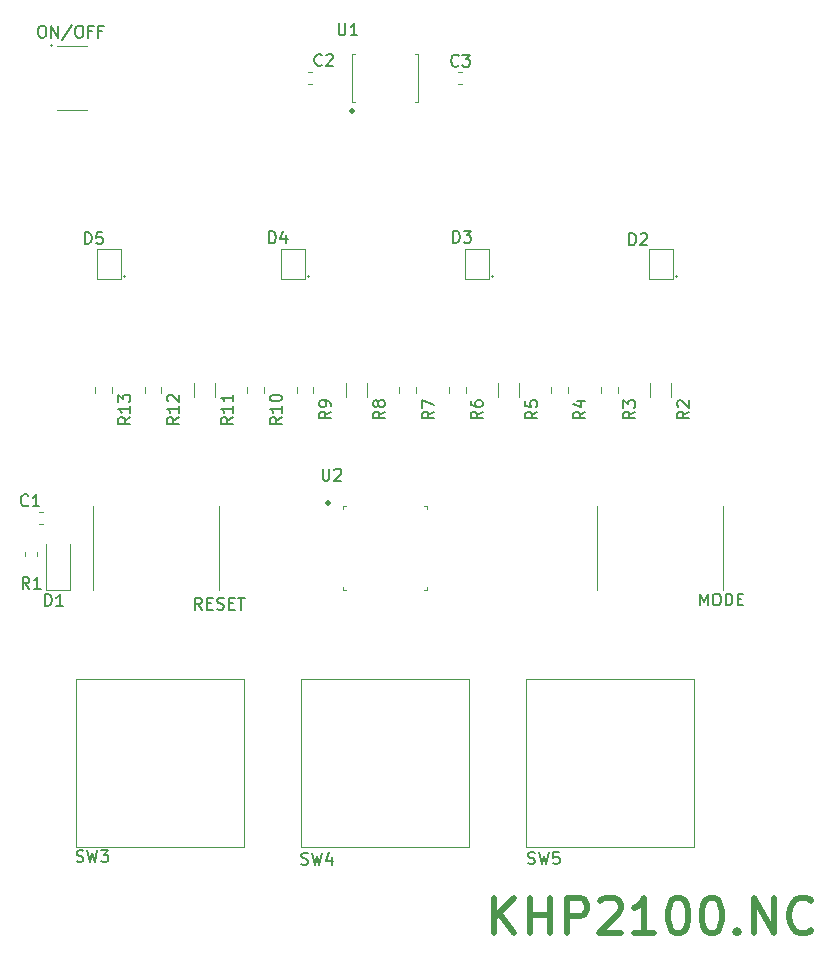
<source format=gbr>
G04 #@! TF.GenerationSoftware,KiCad,Pcbnew,(5.1.5)-3*
G04 #@! TF.CreationDate,2021-01-15T00:08:51-08:00*
G04 #@! TF.ProjectId,KHP2100,4b485032-3130-4302-9e6b-696361645f70,NC*
G04 #@! TF.SameCoordinates,Original*
G04 #@! TF.FileFunction,Legend,Top*
G04 #@! TF.FilePolarity,Positive*
%FSLAX46Y46*%
G04 Gerber Fmt 4.6, Leading zero omitted, Abs format (unit mm)*
G04 Created by KiCad (PCBNEW (5.1.5)-3) date 2021-01-15 00:08:51*
%MOMM*%
%LPD*%
G04 APERTURE LIST*
%ADD10C,0.500000*%
%ADD11C,0.120000*%
%ADD12C,0.250000*%
%ADD13C,0.150000*%
G04 APERTURE END LIST*
D10*
X157356257Y-132624342D02*
X157356257Y-129624342D01*
X159070542Y-132624342D02*
X157784828Y-130910057D01*
X159070542Y-129624342D02*
X157356257Y-131338628D01*
X160356257Y-132624342D02*
X160356257Y-129624342D01*
X160356257Y-131052914D02*
X162070542Y-131052914D01*
X162070542Y-132624342D02*
X162070542Y-129624342D01*
X163499114Y-132624342D02*
X163499114Y-129624342D01*
X164641971Y-129624342D01*
X164927685Y-129767200D01*
X165070542Y-129910057D01*
X165213400Y-130195771D01*
X165213400Y-130624342D01*
X165070542Y-130910057D01*
X164927685Y-131052914D01*
X164641971Y-131195771D01*
X163499114Y-131195771D01*
X166356257Y-129910057D02*
X166499114Y-129767200D01*
X166784828Y-129624342D01*
X167499114Y-129624342D01*
X167784828Y-129767200D01*
X167927685Y-129910057D01*
X168070542Y-130195771D01*
X168070542Y-130481485D01*
X167927685Y-130910057D01*
X166213400Y-132624342D01*
X168070542Y-132624342D01*
X170927685Y-132624342D02*
X169213400Y-132624342D01*
X170070542Y-132624342D02*
X170070542Y-129624342D01*
X169784828Y-130052914D01*
X169499114Y-130338628D01*
X169213400Y-130481485D01*
X172784828Y-129624342D02*
X173070542Y-129624342D01*
X173356257Y-129767200D01*
X173499114Y-129910057D01*
X173641971Y-130195771D01*
X173784828Y-130767200D01*
X173784828Y-131481485D01*
X173641971Y-132052914D01*
X173499114Y-132338628D01*
X173356257Y-132481485D01*
X173070542Y-132624342D01*
X172784828Y-132624342D01*
X172499114Y-132481485D01*
X172356257Y-132338628D01*
X172213400Y-132052914D01*
X172070542Y-131481485D01*
X172070542Y-130767200D01*
X172213400Y-130195771D01*
X172356257Y-129910057D01*
X172499114Y-129767200D01*
X172784828Y-129624342D01*
X175641971Y-129624342D02*
X175927685Y-129624342D01*
X176213400Y-129767200D01*
X176356257Y-129910057D01*
X176499114Y-130195771D01*
X176641971Y-130767200D01*
X176641971Y-131481485D01*
X176499114Y-132052914D01*
X176356257Y-132338628D01*
X176213400Y-132481485D01*
X175927685Y-132624342D01*
X175641971Y-132624342D01*
X175356257Y-132481485D01*
X175213400Y-132338628D01*
X175070542Y-132052914D01*
X174927685Y-131481485D01*
X174927685Y-130767200D01*
X175070542Y-130195771D01*
X175213400Y-129910057D01*
X175356257Y-129767200D01*
X175641971Y-129624342D01*
X177927685Y-132338628D02*
X178070542Y-132481485D01*
X177927685Y-132624342D01*
X177784828Y-132481485D01*
X177927685Y-132338628D01*
X177927685Y-132624342D01*
X179356257Y-132624342D02*
X179356257Y-129624342D01*
X181070542Y-132624342D01*
X181070542Y-129624342D01*
X184213400Y-132338628D02*
X184070542Y-132481485D01*
X183641971Y-132624342D01*
X183356257Y-132624342D01*
X182927685Y-132481485D01*
X182641971Y-132195771D01*
X182499114Y-131910057D01*
X182356257Y-131338628D01*
X182356257Y-130910057D01*
X182499114Y-130338628D01*
X182641971Y-130052914D01*
X182927685Y-129767200D01*
X183356257Y-129624342D01*
X183641971Y-129624342D01*
X184070542Y-129767200D01*
X184213400Y-129910057D01*
D11*
X118827733Y-97986200D02*
X119170267Y-97986200D01*
X118827733Y-96966200D02*
X119170267Y-96966200D01*
X141631783Y-60733200D02*
X141974317Y-60733200D01*
X141631783Y-59713200D02*
X141974317Y-59713200D01*
X139296766Y-77241400D02*
X141328766Y-77241400D01*
X139296766Y-74701400D02*
X139296766Y-77241400D01*
X141328766Y-74701400D02*
X139296766Y-74701400D01*
X141328766Y-77241400D02*
X141328766Y-74701400D01*
D12*
X141582766Y-76987400D02*
G75*
G03X141582766Y-76987400I0J0D01*
G01*
D11*
X154331783Y-60733200D02*
X154674317Y-60733200D01*
X154331783Y-59713200D02*
X154674317Y-59713200D01*
X119421400Y-103568400D02*
X119421400Y-99668400D01*
X121421400Y-103568400D02*
X121421400Y-99668400D01*
X119421400Y-103568400D02*
X121421400Y-103568400D01*
X170499900Y-77241400D02*
X172531900Y-77241400D01*
X170499900Y-74701400D02*
X170499900Y-77241400D01*
X172531900Y-74701400D02*
X170499900Y-74701400D01*
X172531900Y-77241400D02*
X172531900Y-74701400D01*
D12*
X172785900Y-76987400D02*
G75*
G03X172785900Y-76987400I0J0D01*
G01*
D11*
X154898332Y-77241400D02*
X156930332Y-77241400D01*
X154898332Y-74701400D02*
X154898332Y-77241400D01*
X156930332Y-74701400D02*
X154898332Y-74701400D01*
X156930332Y-77241400D02*
X156930332Y-74701400D01*
D12*
X157184332Y-76987400D02*
G75*
G03X157184332Y-76987400I0J0D01*
G01*
D11*
X123695200Y-77241400D02*
X125727200Y-77241400D01*
X123695200Y-74701400D02*
X123695200Y-77241400D01*
X125727200Y-74701400D02*
X123695200Y-74701400D01*
X125727200Y-77241400D02*
X125727200Y-74701400D01*
D12*
X125981200Y-76987400D02*
G75*
G03X125981200Y-76987400I0J0D01*
G01*
D11*
X117614000Y-100372133D02*
X117614000Y-100714667D01*
X118634000Y-100372133D02*
X118634000Y-100714667D01*
X170536900Y-86011936D02*
X170536900Y-87216064D01*
X172356900Y-86011936D02*
X172356900Y-87216064D01*
X166388200Y-86352748D02*
X166388200Y-86875252D01*
X167808200Y-86352748D02*
X167808200Y-86875252D01*
X162209500Y-86352748D02*
X162209500Y-86875252D01*
X163629500Y-86352748D02*
X163629500Y-86875252D01*
X157660800Y-86011936D02*
X157660800Y-87216064D01*
X159480800Y-86011936D02*
X159480800Y-87216064D01*
X153512100Y-86352748D02*
X153512100Y-86875252D01*
X154932100Y-86352748D02*
X154932100Y-86875252D01*
X149333400Y-86352748D02*
X149333400Y-86875252D01*
X150753400Y-86352748D02*
X150753400Y-86875252D01*
X144784700Y-86011936D02*
X144784700Y-87216064D01*
X146604700Y-86011936D02*
X146604700Y-87216064D01*
X140636000Y-86352748D02*
X140636000Y-86875252D01*
X142056000Y-86352748D02*
X142056000Y-86875252D01*
X136457300Y-86352748D02*
X136457300Y-86875252D01*
X137877300Y-86352748D02*
X137877300Y-86875252D01*
X131908600Y-86011936D02*
X131908600Y-87216064D01*
X133728600Y-86011936D02*
X133728600Y-87216064D01*
X127759900Y-86352748D02*
X127759900Y-86875252D01*
X129179900Y-86352748D02*
X129179900Y-86875252D01*
X123581200Y-86352748D02*
X123581200Y-86875252D01*
X125001200Y-86352748D02*
X125001200Y-86875252D01*
D12*
X119832050Y-57429200D02*
G75*
G03X119832050Y-57429200I0J0D01*
G01*
D11*
X120360050Y-57523200D02*
X122860050Y-57523200D01*
X122860050Y-62923200D02*
X120360050Y-62923200D01*
X123376200Y-103557600D02*
X123376200Y-96445600D01*
X134044200Y-103557600D02*
X134044200Y-96445600D01*
X136215050Y-111061100D02*
X121991050Y-111061100D01*
X136215050Y-125285100D02*
X136215050Y-111061100D01*
X121991050Y-125285100D02*
X136215050Y-125285100D01*
X121991050Y-111061100D02*
X121991050Y-125285100D01*
X155265050Y-111061100D02*
X141041050Y-111061100D01*
X155265050Y-125285100D02*
X155265050Y-111061100D01*
X141041050Y-125285100D02*
X155265050Y-125285100D01*
X141041050Y-111061100D02*
X141041050Y-125285100D01*
X174309900Y-111061100D02*
X160085900Y-111061100D01*
X174309900Y-125285100D02*
X174309900Y-111061100D01*
X160085900Y-125285100D02*
X174309900Y-125285100D01*
X160085900Y-111061100D02*
X160085900Y-125285100D01*
X166054900Y-103557600D02*
X166054900Y-96445600D01*
X176722900Y-103557600D02*
X176722900Y-96445600D01*
X150947050Y-62255200D02*
X150693050Y-62255200D01*
X150947050Y-58191200D02*
X150947050Y-62255200D01*
X150693050Y-58191200D02*
X150947050Y-58191200D01*
X145359050Y-58191200D02*
X145613050Y-58191200D01*
X145359050Y-62255200D02*
X145613050Y-62255200D01*
X145359050Y-58191200D02*
X145359050Y-62255200D01*
D10*
X145359050Y-63017200D02*
G75*
G03X145359050Y-63017200I0J0D01*
G01*
X143327050Y-96191600D02*
G75*
G03X143327050Y-96191600I0J0D01*
G01*
D11*
X144597050Y-103557600D02*
X144851050Y-103557600D01*
X144597050Y-103303600D02*
X144597050Y-103557600D01*
X151709050Y-103557600D02*
X151709050Y-103303600D01*
X151455050Y-103557600D02*
X151709050Y-103557600D01*
X151709050Y-96445600D02*
X151709050Y-96699600D01*
X151455050Y-96445600D02*
X151709050Y-96445600D01*
X144597050Y-96445600D02*
X144851050Y-96445600D01*
X144597050Y-96699600D02*
X144597050Y-96445600D01*
D13*
X117892533Y-96385542D02*
X117844914Y-96433161D01*
X117702057Y-96480780D01*
X117606819Y-96480780D01*
X117463961Y-96433161D01*
X117368723Y-96337923D01*
X117321104Y-96242685D01*
X117273485Y-96052209D01*
X117273485Y-95909352D01*
X117321104Y-95718876D01*
X117368723Y-95623638D01*
X117463961Y-95528400D01*
X117606819Y-95480780D01*
X117702057Y-95480780D01*
X117844914Y-95528400D01*
X117892533Y-95576019D01*
X118844914Y-96480780D02*
X118273485Y-96480780D01*
X118559200Y-96480780D02*
X118559200Y-95480780D01*
X118463961Y-95623638D01*
X118368723Y-95718876D01*
X118273485Y-95766495D01*
X142759133Y-59107342D02*
X142711514Y-59154961D01*
X142568657Y-59202580D01*
X142473419Y-59202580D01*
X142330561Y-59154961D01*
X142235323Y-59059723D01*
X142187704Y-58964485D01*
X142140085Y-58774009D01*
X142140085Y-58631152D01*
X142187704Y-58440676D01*
X142235323Y-58345438D01*
X142330561Y-58250200D01*
X142473419Y-58202580D01*
X142568657Y-58202580D01*
X142711514Y-58250200D01*
X142759133Y-58297819D01*
X143140085Y-58297819D02*
X143187704Y-58250200D01*
X143282942Y-58202580D01*
X143521038Y-58202580D01*
X143616276Y-58250200D01*
X143663895Y-58297819D01*
X143711514Y-58393057D01*
X143711514Y-58488295D01*
X143663895Y-58631152D01*
X143092466Y-59202580D01*
X143711514Y-59202580D01*
X138301504Y-74213980D02*
X138301504Y-73213980D01*
X138539600Y-73213980D01*
X138682457Y-73261600D01*
X138777695Y-73356838D01*
X138825314Y-73452076D01*
X138872933Y-73642552D01*
X138872933Y-73785409D01*
X138825314Y-73975885D01*
X138777695Y-74071123D01*
X138682457Y-74166361D01*
X138539600Y-74213980D01*
X138301504Y-74213980D01*
X139730076Y-73547314D02*
X139730076Y-74213980D01*
X139491980Y-73166361D02*
X139253885Y-73880647D01*
X139872933Y-73880647D01*
X154336383Y-59150342D02*
X154288764Y-59197961D01*
X154145907Y-59245580D01*
X154050669Y-59245580D01*
X153907811Y-59197961D01*
X153812573Y-59102723D01*
X153764954Y-59007485D01*
X153717335Y-58817009D01*
X153717335Y-58674152D01*
X153764954Y-58483676D01*
X153812573Y-58388438D01*
X153907811Y-58293200D01*
X154050669Y-58245580D01*
X154145907Y-58245580D01*
X154288764Y-58293200D01*
X154336383Y-58340819D01*
X154669716Y-58245580D02*
X155288764Y-58245580D01*
X154955430Y-58626533D01*
X155098288Y-58626533D01*
X155193526Y-58674152D01*
X155241145Y-58721771D01*
X155288764Y-58817009D01*
X155288764Y-59055104D01*
X155241145Y-59150342D01*
X155193526Y-59197961D01*
X155098288Y-59245580D01*
X154812573Y-59245580D01*
X154717335Y-59197961D01*
X154669716Y-59150342D01*
X119327704Y-104921380D02*
X119327704Y-103921380D01*
X119565800Y-103921380D01*
X119708657Y-103969000D01*
X119803895Y-104064238D01*
X119851514Y-104159476D01*
X119899133Y-104349952D01*
X119899133Y-104492809D01*
X119851514Y-104683285D01*
X119803895Y-104778523D01*
X119708657Y-104873761D01*
X119565800Y-104921380D01*
X119327704Y-104921380D01*
X120851514Y-104921380D02*
X120280085Y-104921380D01*
X120565800Y-104921380D02*
X120565800Y-103921380D01*
X120470561Y-104064238D01*
X120375323Y-104159476D01*
X120280085Y-104207095D01*
X168806904Y-74366380D02*
X168806904Y-73366380D01*
X169045000Y-73366380D01*
X169187857Y-73414000D01*
X169283095Y-73509238D01*
X169330714Y-73604476D01*
X169378333Y-73794952D01*
X169378333Y-73937809D01*
X169330714Y-74128285D01*
X169283095Y-74223523D01*
X169187857Y-74318761D01*
X169045000Y-74366380D01*
X168806904Y-74366380D01*
X169759285Y-73461619D02*
X169806904Y-73414000D01*
X169902142Y-73366380D01*
X170140238Y-73366380D01*
X170235476Y-73414000D01*
X170283095Y-73461619D01*
X170330714Y-73556857D01*
X170330714Y-73652095D01*
X170283095Y-73794952D01*
X169711666Y-74366380D01*
X170330714Y-74366380D01*
X153871704Y-74163180D02*
X153871704Y-73163180D01*
X154109800Y-73163180D01*
X154252657Y-73210800D01*
X154347895Y-73306038D01*
X154395514Y-73401276D01*
X154443133Y-73591752D01*
X154443133Y-73734609D01*
X154395514Y-73925085D01*
X154347895Y-74020323D01*
X154252657Y-74115561D01*
X154109800Y-74163180D01*
X153871704Y-74163180D01*
X154776466Y-73163180D02*
X155395514Y-73163180D01*
X155062180Y-73544133D01*
X155205038Y-73544133D01*
X155300276Y-73591752D01*
X155347895Y-73639371D01*
X155395514Y-73734609D01*
X155395514Y-73972704D01*
X155347895Y-74067942D01*
X155300276Y-74115561D01*
X155205038Y-74163180D01*
X154919323Y-74163180D01*
X154824085Y-74115561D01*
X154776466Y-74067942D01*
X122705904Y-74264780D02*
X122705904Y-73264780D01*
X122944000Y-73264780D01*
X123086857Y-73312400D01*
X123182095Y-73407638D01*
X123229714Y-73502876D01*
X123277333Y-73693352D01*
X123277333Y-73836209D01*
X123229714Y-74026685D01*
X123182095Y-74121923D01*
X123086857Y-74217161D01*
X122944000Y-74264780D01*
X122705904Y-74264780D01*
X124182095Y-73264780D02*
X123705904Y-73264780D01*
X123658285Y-73740971D01*
X123705904Y-73693352D01*
X123801142Y-73645733D01*
X124039238Y-73645733D01*
X124134476Y-73693352D01*
X124182095Y-73740971D01*
X124229714Y-73836209D01*
X124229714Y-74074304D01*
X124182095Y-74169542D01*
X124134476Y-74217161D01*
X124039238Y-74264780D01*
X123801142Y-74264780D01*
X123705904Y-74217161D01*
X123658285Y-74169542D01*
X118008133Y-103474780D02*
X117674800Y-102998590D01*
X117436704Y-103474780D02*
X117436704Y-102474780D01*
X117817657Y-102474780D01*
X117912895Y-102522400D01*
X117960514Y-102570019D01*
X118008133Y-102665257D01*
X118008133Y-102808114D01*
X117960514Y-102903352D01*
X117912895Y-102950971D01*
X117817657Y-102998590D01*
X117436704Y-102998590D01*
X118960514Y-103474780D02*
X118389085Y-103474780D01*
X118674800Y-103474780D02*
X118674800Y-102474780D01*
X118579561Y-102617638D01*
X118484323Y-102712876D01*
X118389085Y-102760495D01*
X173832780Y-88457066D02*
X173356590Y-88790400D01*
X173832780Y-89028495D02*
X172832780Y-89028495D01*
X172832780Y-88647542D01*
X172880400Y-88552304D01*
X172928019Y-88504685D01*
X173023257Y-88457066D01*
X173166114Y-88457066D01*
X173261352Y-88504685D01*
X173308971Y-88552304D01*
X173356590Y-88647542D01*
X173356590Y-89028495D01*
X172928019Y-88076114D02*
X172880400Y-88028495D01*
X172832780Y-87933257D01*
X172832780Y-87695161D01*
X172880400Y-87599923D01*
X172928019Y-87552304D01*
X173023257Y-87504685D01*
X173118495Y-87504685D01*
X173261352Y-87552304D01*
X173832780Y-88123733D01*
X173832780Y-87504685D01*
X169286180Y-88457066D02*
X168809990Y-88790400D01*
X169286180Y-89028495D02*
X168286180Y-89028495D01*
X168286180Y-88647542D01*
X168333800Y-88552304D01*
X168381419Y-88504685D01*
X168476657Y-88457066D01*
X168619514Y-88457066D01*
X168714752Y-88504685D01*
X168762371Y-88552304D01*
X168809990Y-88647542D01*
X168809990Y-89028495D01*
X168286180Y-88123733D02*
X168286180Y-87504685D01*
X168667133Y-87838019D01*
X168667133Y-87695161D01*
X168714752Y-87599923D01*
X168762371Y-87552304D01*
X168857609Y-87504685D01*
X169095704Y-87504685D01*
X169190942Y-87552304D01*
X169238561Y-87599923D01*
X169286180Y-87695161D01*
X169286180Y-87980876D01*
X169238561Y-88076114D01*
X169190942Y-88123733D01*
X165069780Y-88457066D02*
X164593590Y-88790400D01*
X165069780Y-89028495D02*
X164069780Y-89028495D01*
X164069780Y-88647542D01*
X164117400Y-88552304D01*
X164165019Y-88504685D01*
X164260257Y-88457066D01*
X164403114Y-88457066D01*
X164498352Y-88504685D01*
X164545971Y-88552304D01*
X164593590Y-88647542D01*
X164593590Y-89028495D01*
X164403114Y-87599923D02*
X165069780Y-87599923D01*
X164022161Y-87838019D02*
X164736447Y-88076114D01*
X164736447Y-87457066D01*
X161005780Y-88457066D02*
X160529590Y-88790400D01*
X161005780Y-89028495D02*
X160005780Y-89028495D01*
X160005780Y-88647542D01*
X160053400Y-88552304D01*
X160101019Y-88504685D01*
X160196257Y-88457066D01*
X160339114Y-88457066D01*
X160434352Y-88504685D01*
X160481971Y-88552304D01*
X160529590Y-88647542D01*
X160529590Y-89028495D01*
X160005780Y-87552304D02*
X160005780Y-88028495D01*
X160481971Y-88076114D01*
X160434352Y-88028495D01*
X160386733Y-87933257D01*
X160386733Y-87695161D01*
X160434352Y-87599923D01*
X160481971Y-87552304D01*
X160577209Y-87504685D01*
X160815304Y-87504685D01*
X160910542Y-87552304D01*
X160958161Y-87599923D01*
X161005780Y-87695161D01*
X161005780Y-87933257D01*
X160958161Y-88028495D01*
X160910542Y-88076114D01*
X156382980Y-88457066D02*
X155906790Y-88790400D01*
X156382980Y-89028495D02*
X155382980Y-89028495D01*
X155382980Y-88647542D01*
X155430600Y-88552304D01*
X155478219Y-88504685D01*
X155573457Y-88457066D01*
X155716314Y-88457066D01*
X155811552Y-88504685D01*
X155859171Y-88552304D01*
X155906790Y-88647542D01*
X155906790Y-89028495D01*
X155382980Y-87599923D02*
X155382980Y-87790400D01*
X155430600Y-87885638D01*
X155478219Y-87933257D01*
X155621076Y-88028495D01*
X155811552Y-88076114D01*
X156192504Y-88076114D01*
X156287742Y-88028495D01*
X156335361Y-87980876D01*
X156382980Y-87885638D01*
X156382980Y-87695161D01*
X156335361Y-87599923D01*
X156287742Y-87552304D01*
X156192504Y-87504685D01*
X155954409Y-87504685D01*
X155859171Y-87552304D01*
X155811552Y-87599923D01*
X155763933Y-87695161D01*
X155763933Y-87885638D01*
X155811552Y-87980876D01*
X155859171Y-88028495D01*
X155954409Y-88076114D01*
X152242780Y-88457066D02*
X151766590Y-88790400D01*
X152242780Y-89028495D02*
X151242780Y-89028495D01*
X151242780Y-88647542D01*
X151290400Y-88552304D01*
X151338019Y-88504685D01*
X151433257Y-88457066D01*
X151576114Y-88457066D01*
X151671352Y-88504685D01*
X151718971Y-88552304D01*
X151766590Y-88647542D01*
X151766590Y-89028495D01*
X151242780Y-88123733D02*
X151242780Y-87457066D01*
X152242780Y-87885638D01*
X148102580Y-88457066D02*
X147626390Y-88790400D01*
X148102580Y-89028495D02*
X147102580Y-89028495D01*
X147102580Y-88647542D01*
X147150200Y-88552304D01*
X147197819Y-88504685D01*
X147293057Y-88457066D01*
X147435914Y-88457066D01*
X147531152Y-88504685D01*
X147578771Y-88552304D01*
X147626390Y-88647542D01*
X147626390Y-89028495D01*
X147531152Y-87885638D02*
X147483533Y-87980876D01*
X147435914Y-88028495D01*
X147340676Y-88076114D01*
X147293057Y-88076114D01*
X147197819Y-88028495D01*
X147150200Y-87980876D01*
X147102580Y-87885638D01*
X147102580Y-87695161D01*
X147150200Y-87599923D01*
X147197819Y-87552304D01*
X147293057Y-87504685D01*
X147340676Y-87504685D01*
X147435914Y-87552304D01*
X147483533Y-87599923D01*
X147531152Y-87695161D01*
X147531152Y-87885638D01*
X147578771Y-87980876D01*
X147626390Y-88028495D01*
X147721628Y-88076114D01*
X147912104Y-88076114D01*
X148007342Y-88028495D01*
X148054961Y-87980876D01*
X148102580Y-87885638D01*
X148102580Y-87695161D01*
X148054961Y-87599923D01*
X148007342Y-87552304D01*
X147912104Y-87504685D01*
X147721628Y-87504685D01*
X147626390Y-87552304D01*
X147578771Y-87599923D01*
X147531152Y-87695161D01*
X143530580Y-88457066D02*
X143054390Y-88790400D01*
X143530580Y-89028495D02*
X142530580Y-89028495D01*
X142530580Y-88647542D01*
X142578200Y-88552304D01*
X142625819Y-88504685D01*
X142721057Y-88457066D01*
X142863914Y-88457066D01*
X142959152Y-88504685D01*
X143006771Y-88552304D01*
X143054390Y-88647542D01*
X143054390Y-89028495D01*
X143530580Y-87980876D02*
X143530580Y-87790400D01*
X143482961Y-87695161D01*
X143435342Y-87647542D01*
X143292485Y-87552304D01*
X143102009Y-87504685D01*
X142721057Y-87504685D01*
X142625819Y-87552304D01*
X142578200Y-87599923D01*
X142530580Y-87695161D01*
X142530580Y-87885638D01*
X142578200Y-87980876D01*
X142625819Y-88028495D01*
X142721057Y-88076114D01*
X142959152Y-88076114D01*
X143054390Y-88028495D01*
X143102009Y-87980876D01*
X143149628Y-87885638D01*
X143149628Y-87695161D01*
X143102009Y-87599923D01*
X143054390Y-87552304D01*
X142959152Y-87504685D01*
X139364980Y-88933256D02*
X138888790Y-89266589D01*
X139364980Y-89504684D02*
X138364980Y-89504684D01*
X138364980Y-89123732D01*
X138412600Y-89028494D01*
X138460219Y-88980875D01*
X138555457Y-88933256D01*
X138698314Y-88933256D01*
X138793552Y-88980875D01*
X138841171Y-89028494D01*
X138888790Y-89123732D01*
X138888790Y-89504684D01*
X139364980Y-87980875D02*
X139364980Y-88552303D01*
X139364980Y-88266589D02*
X138364980Y-88266589D01*
X138507838Y-88361827D01*
X138603076Y-88457065D01*
X138650695Y-88552303D01*
X138364980Y-87361827D02*
X138364980Y-87266589D01*
X138412600Y-87171351D01*
X138460219Y-87123732D01*
X138555457Y-87076113D01*
X138745933Y-87028494D01*
X138984028Y-87028494D01*
X139174504Y-87076113D01*
X139269742Y-87123732D01*
X139317361Y-87171351D01*
X139364980Y-87266589D01*
X139364980Y-87361827D01*
X139317361Y-87457065D01*
X139269742Y-87504684D01*
X139174504Y-87552303D01*
X138984028Y-87599922D01*
X138745933Y-87599922D01*
X138555457Y-87552303D01*
X138460219Y-87504684D01*
X138412600Y-87457065D01*
X138364980Y-87361827D01*
X135224780Y-88933256D02*
X134748590Y-89266589D01*
X135224780Y-89504684D02*
X134224780Y-89504684D01*
X134224780Y-89123732D01*
X134272400Y-89028494D01*
X134320019Y-88980875D01*
X134415257Y-88933256D01*
X134558114Y-88933256D01*
X134653352Y-88980875D01*
X134700971Y-89028494D01*
X134748590Y-89123732D01*
X134748590Y-89504684D01*
X135224780Y-87980875D02*
X135224780Y-88552303D01*
X135224780Y-88266589D02*
X134224780Y-88266589D01*
X134367638Y-88361827D01*
X134462876Y-88457065D01*
X134510495Y-88552303D01*
X135224780Y-87028494D02*
X135224780Y-87599922D01*
X135224780Y-87314208D02*
X134224780Y-87314208D01*
X134367638Y-87409446D01*
X134462876Y-87504684D01*
X134510495Y-87599922D01*
X130652780Y-88933256D02*
X130176590Y-89266589D01*
X130652780Y-89504684D02*
X129652780Y-89504684D01*
X129652780Y-89123732D01*
X129700400Y-89028494D01*
X129748019Y-88980875D01*
X129843257Y-88933256D01*
X129986114Y-88933256D01*
X130081352Y-88980875D01*
X130128971Y-89028494D01*
X130176590Y-89123732D01*
X130176590Y-89504684D01*
X130652780Y-87980875D02*
X130652780Y-88552303D01*
X130652780Y-88266589D02*
X129652780Y-88266589D01*
X129795638Y-88361827D01*
X129890876Y-88457065D01*
X129938495Y-88552303D01*
X129748019Y-87599922D02*
X129700400Y-87552303D01*
X129652780Y-87457065D01*
X129652780Y-87218970D01*
X129700400Y-87123732D01*
X129748019Y-87076113D01*
X129843257Y-87028494D01*
X129938495Y-87028494D01*
X130081352Y-87076113D01*
X130652780Y-87647541D01*
X130652780Y-87028494D01*
X126537980Y-88933256D02*
X126061790Y-89266589D01*
X126537980Y-89504684D02*
X125537980Y-89504684D01*
X125537980Y-89123732D01*
X125585600Y-89028494D01*
X125633219Y-88980875D01*
X125728457Y-88933256D01*
X125871314Y-88933256D01*
X125966552Y-88980875D01*
X126014171Y-89028494D01*
X126061790Y-89123732D01*
X126061790Y-89504684D01*
X126537980Y-87980875D02*
X126537980Y-88552303D01*
X126537980Y-88266589D02*
X125537980Y-88266589D01*
X125680838Y-88361827D01*
X125776076Y-88457065D01*
X125823695Y-88552303D01*
X125537980Y-87647541D02*
X125537980Y-87028494D01*
X125918933Y-87361827D01*
X125918933Y-87218970D01*
X125966552Y-87123732D01*
X126014171Y-87076113D01*
X126109409Y-87028494D01*
X126347504Y-87028494D01*
X126442742Y-87076113D01*
X126490361Y-87123732D01*
X126537980Y-87218970D01*
X126537980Y-87504684D01*
X126490361Y-87599922D01*
X126442742Y-87647541D01*
X118989790Y-55789580D02*
X119180266Y-55789580D01*
X119275504Y-55837200D01*
X119370742Y-55932438D01*
X119418361Y-56122914D01*
X119418361Y-56456247D01*
X119370742Y-56646723D01*
X119275504Y-56741961D01*
X119180266Y-56789580D01*
X118989790Y-56789580D01*
X118894552Y-56741961D01*
X118799314Y-56646723D01*
X118751695Y-56456247D01*
X118751695Y-56122914D01*
X118799314Y-55932438D01*
X118894552Y-55837200D01*
X118989790Y-55789580D01*
X119846933Y-56789580D02*
X119846933Y-55789580D01*
X120418361Y-56789580D01*
X120418361Y-55789580D01*
X121608838Y-55741961D02*
X120751695Y-57027676D01*
X122132647Y-55789580D02*
X122323123Y-55789580D01*
X122418361Y-55837200D01*
X122513600Y-55932438D01*
X122561219Y-56122914D01*
X122561219Y-56456247D01*
X122513600Y-56646723D01*
X122418361Y-56741961D01*
X122323123Y-56789580D01*
X122132647Y-56789580D01*
X122037409Y-56741961D01*
X121942171Y-56646723D01*
X121894552Y-56456247D01*
X121894552Y-56122914D01*
X121942171Y-55932438D01*
X122037409Y-55837200D01*
X122132647Y-55789580D01*
X123323123Y-56265771D02*
X122989790Y-56265771D01*
X122989790Y-56789580D02*
X122989790Y-55789580D01*
X123465980Y-55789580D01*
X124180266Y-56265771D02*
X123846933Y-56265771D01*
X123846933Y-56789580D02*
X123846933Y-55789580D01*
X124323123Y-55789580D01*
X132608819Y-105227380D02*
X132275485Y-104751190D01*
X132037390Y-105227380D02*
X132037390Y-104227380D01*
X132418342Y-104227380D01*
X132513580Y-104275000D01*
X132561200Y-104322619D01*
X132608819Y-104417857D01*
X132608819Y-104560714D01*
X132561200Y-104655952D01*
X132513580Y-104703571D01*
X132418342Y-104751190D01*
X132037390Y-104751190D01*
X133037390Y-104703571D02*
X133370723Y-104703571D01*
X133513580Y-105227380D02*
X133037390Y-105227380D01*
X133037390Y-104227380D01*
X133513580Y-104227380D01*
X133894533Y-105179761D02*
X134037390Y-105227380D01*
X134275485Y-105227380D01*
X134370723Y-105179761D01*
X134418342Y-105132142D01*
X134465961Y-105036904D01*
X134465961Y-104941666D01*
X134418342Y-104846428D01*
X134370723Y-104798809D01*
X134275485Y-104751190D01*
X134085009Y-104703571D01*
X133989771Y-104655952D01*
X133942152Y-104608333D01*
X133894533Y-104513095D01*
X133894533Y-104417857D01*
X133942152Y-104322619D01*
X133989771Y-104275000D01*
X134085009Y-104227380D01*
X134323104Y-104227380D01*
X134465961Y-104275000D01*
X134894533Y-104703571D02*
X135227866Y-104703571D01*
X135370723Y-105227380D02*
X134894533Y-105227380D01*
X134894533Y-104227380D01*
X135370723Y-104227380D01*
X135656438Y-104227380D02*
X136227866Y-104227380D01*
X135942152Y-105227380D02*
X135942152Y-104227380D01*
X122009066Y-126541161D02*
X122151923Y-126588780D01*
X122390019Y-126588780D01*
X122485257Y-126541161D01*
X122532876Y-126493542D01*
X122580495Y-126398304D01*
X122580495Y-126303066D01*
X122532876Y-126207828D01*
X122485257Y-126160209D01*
X122390019Y-126112590D01*
X122199542Y-126064971D01*
X122104304Y-126017352D01*
X122056685Y-125969733D01*
X122009066Y-125874495D01*
X122009066Y-125779257D01*
X122056685Y-125684019D01*
X122104304Y-125636400D01*
X122199542Y-125588780D01*
X122437638Y-125588780D01*
X122580495Y-125636400D01*
X122913828Y-125588780D02*
X123151923Y-126588780D01*
X123342400Y-125874495D01*
X123532876Y-126588780D01*
X123770971Y-125588780D01*
X124056685Y-125588780D02*
X124675733Y-125588780D01*
X124342400Y-125969733D01*
X124485257Y-125969733D01*
X124580495Y-126017352D01*
X124628114Y-126064971D01*
X124675733Y-126160209D01*
X124675733Y-126398304D01*
X124628114Y-126493542D01*
X124580495Y-126541161D01*
X124485257Y-126588780D01*
X124199542Y-126588780D01*
X124104304Y-126541161D01*
X124056685Y-126493542D01*
X141033666Y-126769761D02*
X141176523Y-126817380D01*
X141414619Y-126817380D01*
X141509857Y-126769761D01*
X141557476Y-126722142D01*
X141605095Y-126626904D01*
X141605095Y-126531666D01*
X141557476Y-126436428D01*
X141509857Y-126388809D01*
X141414619Y-126341190D01*
X141224142Y-126293571D01*
X141128904Y-126245952D01*
X141081285Y-126198333D01*
X141033666Y-126103095D01*
X141033666Y-126007857D01*
X141081285Y-125912619D01*
X141128904Y-125865000D01*
X141224142Y-125817380D01*
X141462238Y-125817380D01*
X141605095Y-125865000D01*
X141938428Y-125817380D02*
X142176523Y-126817380D01*
X142367000Y-126103095D01*
X142557476Y-126817380D01*
X142795571Y-125817380D01*
X143605095Y-126150714D02*
X143605095Y-126817380D01*
X143367000Y-125769761D02*
X143128904Y-126484047D01*
X143747952Y-126484047D01*
X160236066Y-126718961D02*
X160378923Y-126766580D01*
X160617019Y-126766580D01*
X160712257Y-126718961D01*
X160759876Y-126671342D01*
X160807495Y-126576104D01*
X160807495Y-126480866D01*
X160759876Y-126385628D01*
X160712257Y-126338009D01*
X160617019Y-126290390D01*
X160426542Y-126242771D01*
X160331304Y-126195152D01*
X160283685Y-126147533D01*
X160236066Y-126052295D01*
X160236066Y-125957057D01*
X160283685Y-125861819D01*
X160331304Y-125814200D01*
X160426542Y-125766580D01*
X160664638Y-125766580D01*
X160807495Y-125814200D01*
X161140828Y-125766580D02*
X161378923Y-126766580D01*
X161569400Y-126052295D01*
X161759876Y-126766580D01*
X161997971Y-125766580D01*
X162855114Y-125766580D02*
X162378923Y-125766580D01*
X162331304Y-126242771D01*
X162378923Y-126195152D01*
X162474161Y-126147533D01*
X162712257Y-126147533D01*
X162807495Y-126195152D01*
X162855114Y-126242771D01*
X162902733Y-126338009D01*
X162902733Y-126576104D01*
X162855114Y-126671342D01*
X162807495Y-126718961D01*
X162712257Y-126766580D01*
X162474161Y-126766580D01*
X162378923Y-126718961D01*
X162331304Y-126671342D01*
X174771276Y-104871780D02*
X174771276Y-103871780D01*
X175104609Y-104586066D01*
X175437942Y-103871780D01*
X175437942Y-104871780D01*
X176104609Y-103871780D02*
X176295085Y-103871780D01*
X176390323Y-103919400D01*
X176485561Y-104014638D01*
X176533180Y-104205114D01*
X176533180Y-104538447D01*
X176485561Y-104728923D01*
X176390323Y-104824161D01*
X176295085Y-104871780D01*
X176104609Y-104871780D01*
X176009371Y-104824161D01*
X175914133Y-104728923D01*
X175866514Y-104538447D01*
X175866514Y-104205114D01*
X175914133Y-104014638D01*
X176009371Y-103919400D01*
X176104609Y-103871780D01*
X176961752Y-104871780D02*
X176961752Y-103871780D01*
X177199847Y-103871780D01*
X177342704Y-103919400D01*
X177437942Y-104014638D01*
X177485561Y-104109876D01*
X177533180Y-104300352D01*
X177533180Y-104443209D01*
X177485561Y-104633685D01*
X177437942Y-104728923D01*
X177342704Y-104824161D01*
X177199847Y-104871780D01*
X176961752Y-104871780D01*
X177961752Y-104347971D02*
X178295085Y-104347971D01*
X178437942Y-104871780D02*
X177961752Y-104871780D01*
X177961752Y-103871780D01*
X178437942Y-103871780D01*
X144195895Y-55586380D02*
X144195895Y-56395904D01*
X144243514Y-56491142D01*
X144291133Y-56538761D01*
X144386371Y-56586380D01*
X144576847Y-56586380D01*
X144672085Y-56538761D01*
X144719704Y-56491142D01*
X144767323Y-56395904D01*
X144767323Y-55586380D01*
X145767323Y-56586380D02*
X145195895Y-56586380D01*
X145481609Y-56586380D02*
X145481609Y-55586380D01*
X145386371Y-55729238D01*
X145291133Y-55824476D01*
X145195895Y-55872095D01*
X142824295Y-93305380D02*
X142824295Y-94114904D01*
X142871914Y-94210142D01*
X142919533Y-94257761D01*
X143014771Y-94305380D01*
X143205247Y-94305380D01*
X143300485Y-94257761D01*
X143348104Y-94210142D01*
X143395723Y-94114904D01*
X143395723Y-93305380D01*
X143824295Y-93400619D02*
X143871914Y-93353000D01*
X143967152Y-93305380D01*
X144205247Y-93305380D01*
X144300485Y-93353000D01*
X144348104Y-93400619D01*
X144395723Y-93495857D01*
X144395723Y-93591095D01*
X144348104Y-93733952D01*
X143776676Y-94305380D01*
X144395723Y-94305380D01*
M02*

</source>
